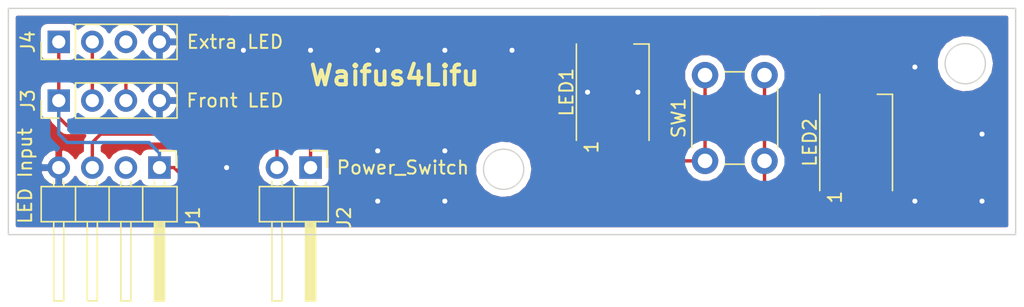
<source format=kicad_pcb>
(kicad_pcb (version 20171130) (host pcbnew "(5.0.0)")

  (general
    (thickness 1.6)
    (drawings 7)
    (tracks 89)
    (zones 0)
    (modules 7)
    (nets 11)
  )

  (page A4)
  (layers
    (0 F.Cu signal)
    (31 B.Cu signal)
    (32 B.Adhes user)
    (33 F.Adhes user)
    (34 B.Paste user)
    (35 F.Paste user)
    (36 B.SilkS user)
    (37 F.SilkS user)
    (38 B.Mask user)
    (39 F.Mask user)
    (40 Dwgs.User user)
    (41 Cmts.User user)
    (42 Eco1.User user)
    (43 Eco2.User user)
    (44 Edge.Cuts user)
    (45 Margin user)
    (46 B.CrtYd user)
    (47 F.CrtYd user)
    (48 B.Fab user)
    (49 F.Fab user)
  )

  (setup
    (last_trace_width 0.254)
    (trace_clearance 0.254)
    (zone_clearance 0.508)
    (zone_45_only no)
    (trace_min 0.1524)
    (segment_width 0.2)
    (edge_width 0.1016)
    (via_size 0.762)
    (via_drill 0.381)
    (via_min_size 0.6858)
    (via_min_drill 0.3302)
    (uvia_size 0.762)
    (uvia_drill 0.381)
    (uvias_allowed no)
    (uvia_min_size 0.6858)
    (uvia_min_drill 0.3302)
    (pcb_text_width 0.3)
    (pcb_text_size 1.5 1.5)
    (mod_edge_width 0.15)
    (mod_text_size 1 1)
    (mod_text_width 0.15)
    (pad_size 1.5 1.5)
    (pad_drill 0.6)
    (pad_to_mask_clearance 0.0508)
    (aux_axis_origin 0 0)
    (visible_elements 7FFFFFFF)
    (pcbplotparams
      (layerselection 0x010fc_ffffffff)
      (usegerberextensions false)
      (usegerberattributes false)
      (usegerberadvancedattributes false)
      (creategerberjobfile false)
      (excludeedgelayer true)
      (linewidth 0.100000)
      (plotframeref false)
      (viasonmask false)
      (mode 1)
      (useauxorigin false)
      (hpglpennumber 1)
      (hpglpenspeed 20)
      (hpglpendiameter 15.000000)
      (psnegative false)
      (psa4output false)
      (plotreference true)
      (plotvalue true)
      (plotinvisibletext false)
      (padsonsilk false)
      (subtractmaskfromsilk false)
      (outputformat 1)
      (mirror false)
      (drillshape 1)
      (scaleselection 1)
      (outputdirectory ""))
  )

  (net 0 "")
  (net 1 GND)
  (net 2 "Net-(D1-Pad4)")
  (net 3 "Net-(D1-Pad2)")
  (net 4 +5V)
  (net 5 "Net-(D2-Pad2)")
  (net 6 "Net-(J2-Pad1)")
  (net 7 "Net-(J2-Pad2)")
  (net 8 "Net-(J3-Pad2)")
  (net 9 "Net-(J1-Pad2)")
  (net 10 "Net-(J4-Pad3)")

  (net_class Default "This is the default net class."
    (clearance 0.254)
    (trace_width 0.254)
    (via_dia 0.762)
    (via_drill 0.381)
    (uvia_dia 0.762)
    (uvia_drill 0.381)
    (add_net +5V)
    (add_net GND)
    (add_net "Net-(D1-Pad2)")
    (add_net "Net-(D1-Pad4)")
    (add_net "Net-(D2-Pad2)")
    (add_net "Net-(J1-Pad2)")
    (add_net "Net-(J2-Pad1)")
    (add_net "Net-(J2-Pad2)")
    (add_net "Net-(J3-Pad2)")
    (add_net "Net-(J4-Pad3)")
  )

  (module Connector_PinHeader_2.54mm:PinHeader_1x04_P2.54mm_Vertical (layer F.Cu) (tedit 5B57E261) (tstamp 5B81B833)
    (at 130.81 112.395 90)
    (descr "Through hole straight pin header, 1x04, 2.54mm pitch, single row")
    (tags "Through hole pin header THT 1x04 2.54mm single row")
    (path /5B573552)
    (fp_text reference J4 (at 0 -2.33 90) (layer F.SilkS)
      (effects (font (size 1 1) (thickness 0.15)))
    )
    (fp_text value "Extra LED" (at 0 13.335 180) (layer F.SilkS)
      (effects (font (size 1 1) (thickness 0.15)))
    )
    (fp_line (start -0.635 -1.27) (end 1.27 -1.27) (layer F.Fab) (width 0.1))
    (fp_line (start 1.27 -1.27) (end 1.27 8.89) (layer F.Fab) (width 0.1))
    (fp_line (start 1.27 8.89) (end -1.27 8.89) (layer F.Fab) (width 0.1))
    (fp_line (start -1.27 8.89) (end -1.27 -0.635) (layer F.Fab) (width 0.1))
    (fp_line (start -1.27 -0.635) (end -0.635 -1.27) (layer F.Fab) (width 0.1))
    (fp_line (start -1.33 8.95) (end 1.33 8.95) (layer F.SilkS) (width 0.12))
    (fp_line (start -1.33 1.27) (end -1.33 8.95) (layer F.SilkS) (width 0.12))
    (fp_line (start 1.33 1.27) (end 1.33 8.95) (layer F.SilkS) (width 0.12))
    (fp_line (start -1.33 1.27) (end 1.33 1.27) (layer F.SilkS) (width 0.12))
    (fp_line (start -1.33 0) (end -1.33 -1.33) (layer F.SilkS) (width 0.12))
    (fp_line (start -1.33 -1.33) (end 0 -1.33) (layer F.SilkS) (width 0.12))
    (fp_line (start -1.8 -1.8) (end -1.8 9.4) (layer F.CrtYd) (width 0.05))
    (fp_line (start -1.8 9.4) (end 1.8 9.4) (layer F.CrtYd) (width 0.05))
    (fp_line (start 1.8 9.4) (end 1.8 -1.8) (layer F.CrtYd) (width 0.05))
    (fp_line (start 1.8 -1.8) (end -1.8 -1.8) (layer F.CrtYd) (width 0.05))
    (fp_text user %R (at 0 3.81 180) (layer F.Fab)
      (effects (font (size 1 1) (thickness 0.15)))
    )
    (pad 1 thru_hole rect (at 0 0 90) (size 1.7 1.7) (drill 1) (layers *.Cu *.Mask)
      (net 4 +5V))
    (pad 2 thru_hole oval (at 0 2.54 90) (size 1.7 1.7) (drill 1) (layers *.Cu *.Mask)
      (net 8 "Net-(J3-Pad2)"))
    (pad 3 thru_hole oval (at 0 5.08 90) (size 1.7 1.7) (drill 1) (layers *.Cu *.Mask)
      (net 10 "Net-(J4-Pad3)"))
    (pad 4 thru_hole oval (at 0 7.62 90) (size 1.7 1.7) (drill 1) (layers *.Cu *.Mask)
      (net 1 GND))
    (model ${KISYS3DMOD}/Connector_PinHeader_2.54mm.3dshapes/PinHeader_1x04_P2.54mm_Vertical.wrl
      (at (xyz 0 0 0))
      (scale (xyz 1 1 1))
      (rotate (xyz 0 0 0))
    )
  )

  (module Connector_PinHeader_2.54mm:PinHeader_1x02_P2.54mm_Horizontal (layer F.Cu) (tedit 5B57E259) (tstamp 5B818CE9)
    (at 149.86 121.92 270)
    (descr "Through hole angled pin header, 1x02, 2.54mm pitch, 6mm pin length, single row")
    (tags "Through hole angled pin header THT 1x02 2.54mm single row")
    (path /5B5656B9)
    (fp_text reference J2 (at 3.81 -2.54 270) (layer F.SilkS)
      (effects (font (size 1 1) (thickness 0.15)))
    )
    (fp_text value Power_Switch (at 0 -6.985) (layer F.SilkS)
      (effects (font (size 1 1) (thickness 0.15)))
    )
    (fp_line (start 2.135 -1.27) (end 4.04 -1.27) (layer F.Fab) (width 0.1))
    (fp_line (start 4.04 -1.27) (end 4.04 3.81) (layer F.Fab) (width 0.1))
    (fp_line (start 4.04 3.81) (end 1.5 3.81) (layer F.Fab) (width 0.1))
    (fp_line (start 1.5 3.81) (end 1.5 -0.635) (layer F.Fab) (width 0.1))
    (fp_line (start 1.5 -0.635) (end 2.135 -1.27) (layer F.Fab) (width 0.1))
    (fp_line (start -0.32 -0.32) (end 1.5 -0.32) (layer F.Fab) (width 0.1))
    (fp_line (start -0.32 -0.32) (end -0.32 0.32) (layer F.Fab) (width 0.1))
    (fp_line (start -0.32 0.32) (end 1.5 0.32) (layer F.Fab) (width 0.1))
    (fp_line (start 4.04 -0.32) (end 10.04 -0.32) (layer F.Fab) (width 0.1))
    (fp_line (start 10.04 -0.32) (end 10.04 0.32) (layer F.Fab) (width 0.1))
    (fp_line (start 4.04 0.32) (end 10.04 0.32) (layer F.Fab) (width 0.1))
    (fp_line (start -0.32 2.22) (end 1.5 2.22) (layer F.Fab) (width 0.1))
    (fp_line (start -0.32 2.22) (end -0.32 2.86) (layer F.Fab) (width 0.1))
    (fp_line (start -0.32 2.86) (end 1.5 2.86) (layer F.Fab) (width 0.1))
    (fp_line (start 4.04 2.22) (end 10.04 2.22) (layer F.Fab) (width 0.1))
    (fp_line (start 10.04 2.22) (end 10.04 2.86) (layer F.Fab) (width 0.1))
    (fp_line (start 4.04 2.86) (end 10.04 2.86) (layer F.Fab) (width 0.1))
    (fp_line (start 1.44 -1.33) (end 1.44 3.87) (layer F.SilkS) (width 0.12))
    (fp_line (start 1.44 3.87) (end 4.1 3.87) (layer F.SilkS) (width 0.12))
    (fp_line (start 4.1 3.87) (end 4.1 -1.33) (layer F.SilkS) (width 0.12))
    (fp_line (start 4.1 -1.33) (end 1.44 -1.33) (layer F.SilkS) (width 0.12))
    (fp_line (start 4.1 -0.38) (end 10.1 -0.38) (layer F.SilkS) (width 0.12))
    (fp_line (start 10.1 -0.38) (end 10.1 0.38) (layer F.SilkS) (width 0.12))
    (fp_line (start 10.1 0.38) (end 4.1 0.38) (layer F.SilkS) (width 0.12))
    (fp_line (start 4.1 -0.32) (end 10.1 -0.32) (layer F.SilkS) (width 0.12))
    (fp_line (start 4.1 -0.2) (end 10.1 -0.2) (layer F.SilkS) (width 0.12))
    (fp_line (start 4.1 -0.08) (end 10.1 -0.08) (layer F.SilkS) (width 0.12))
    (fp_line (start 4.1 0.04) (end 10.1 0.04) (layer F.SilkS) (width 0.12))
    (fp_line (start 4.1 0.16) (end 10.1 0.16) (layer F.SilkS) (width 0.12))
    (fp_line (start 4.1 0.28) (end 10.1 0.28) (layer F.SilkS) (width 0.12))
    (fp_line (start 1.11 -0.38) (end 1.44 -0.38) (layer F.SilkS) (width 0.12))
    (fp_line (start 1.11 0.38) (end 1.44 0.38) (layer F.SilkS) (width 0.12))
    (fp_line (start 1.44 1.27) (end 4.1 1.27) (layer F.SilkS) (width 0.12))
    (fp_line (start 4.1 2.16) (end 10.1 2.16) (layer F.SilkS) (width 0.12))
    (fp_line (start 10.1 2.16) (end 10.1 2.92) (layer F.SilkS) (width 0.12))
    (fp_line (start 10.1 2.92) (end 4.1 2.92) (layer F.SilkS) (width 0.12))
    (fp_line (start 1.042929 2.16) (end 1.44 2.16) (layer F.SilkS) (width 0.12))
    (fp_line (start 1.042929 2.92) (end 1.44 2.92) (layer F.SilkS) (width 0.12))
    (fp_line (start -1.27 0) (end -1.27 -1.27) (layer F.SilkS) (width 0.12))
    (fp_line (start -1.27 -1.27) (end 0 -1.27) (layer F.SilkS) (width 0.12))
    (fp_line (start -1.8 -1.8) (end -1.8 4.35) (layer F.CrtYd) (width 0.05))
    (fp_line (start -1.8 4.35) (end 10.55 4.35) (layer F.CrtYd) (width 0.05))
    (fp_line (start 10.55 4.35) (end 10.55 -1.8) (layer F.CrtYd) (width 0.05))
    (fp_line (start 10.55 -1.8) (end -1.8 -1.8) (layer F.CrtYd) (width 0.05))
    (fp_text user %R (at 2.77 1.27) (layer F.Fab)
      (effects (font (size 1 1) (thickness 0.15)))
    )
    (pad 1 thru_hole rect (at 0 0 270) (size 1.7 1.7) (drill 1) (layers *.Cu *.Mask)
      (net 6 "Net-(J2-Pad1)"))
    (pad 2 thru_hole oval (at 0 2.54 270) (size 1.7 1.7) (drill 1) (layers *.Cu *.Mask)
      (net 7 "Net-(J2-Pad2)"))
    (model ${KISYS3DMOD}/Connector_PinHeader_2.54mm.3dshapes/PinHeader_1x02_P2.54mm_Horizontal.wrl
      (at (xyz 0 0 0))
      (scale (xyz 1 1 1))
      (rotate (xyz 0 0 0))
    )
  )

  (module Connector_PinHeader_2.54mm:PinHeader_1x04_P2.54mm_Horizontal (layer F.Cu) (tedit 5B57E266) (tstamp 5B818C9D)
    (at 138.43 121.92 270)
    (descr "Through hole angled pin header, 1x04, 2.54mm pitch, 6mm pin length, single row")
    (tags "Through hole angled pin header THT 1x04 2.54mm single row")
    (path /5B564BC4)
    (fp_text reference J1 (at 3.81 -2.54 270) (layer F.SilkS)
      (effects (font (size 1 1) (thickness 0.15)))
    )
    (fp_text value "LED Input" (at 0.635 10.16 270) (layer F.SilkS)
      (effects (font (size 1 1) (thickness 0.15)))
    )
    (fp_line (start 2.135 -1.27) (end 4.04 -1.27) (layer F.Fab) (width 0.1))
    (fp_line (start 4.04 -1.27) (end 4.04 8.89) (layer F.Fab) (width 0.1))
    (fp_line (start 4.04 8.89) (end 1.5 8.89) (layer F.Fab) (width 0.1))
    (fp_line (start 1.5 8.89) (end 1.5 -0.635) (layer F.Fab) (width 0.1))
    (fp_line (start 1.5 -0.635) (end 2.135 -1.27) (layer F.Fab) (width 0.1))
    (fp_line (start -0.32 -0.32) (end 1.5 -0.32) (layer F.Fab) (width 0.1))
    (fp_line (start -0.32 -0.32) (end -0.32 0.32) (layer F.Fab) (width 0.1))
    (fp_line (start -0.32 0.32) (end 1.5 0.32) (layer F.Fab) (width 0.1))
    (fp_line (start 4.04 -0.32) (end 10.04 -0.32) (layer F.Fab) (width 0.1))
    (fp_line (start 10.04 -0.32) (end 10.04 0.32) (layer F.Fab) (width 0.1))
    (fp_line (start 4.04 0.32) (end 10.04 0.32) (layer F.Fab) (width 0.1))
    (fp_line (start -0.32 2.22) (end 1.5 2.22) (layer F.Fab) (width 0.1))
    (fp_line (start -0.32 2.22) (end -0.32 2.86) (layer F.Fab) (width 0.1))
    (fp_line (start -0.32 2.86) (end 1.5 2.86) (layer F.Fab) (width 0.1))
    (fp_line (start 4.04 2.22) (end 10.04 2.22) (layer F.Fab) (width 0.1))
    (fp_line (start 10.04 2.22) (end 10.04 2.86) (layer F.Fab) (width 0.1))
    (fp_line (start 4.04 2.86) (end 10.04 2.86) (layer F.Fab) (width 0.1))
    (fp_line (start -0.32 4.76) (end 1.5 4.76) (layer F.Fab) (width 0.1))
    (fp_line (start -0.32 4.76) (end -0.32 5.4) (layer F.Fab) (width 0.1))
    (fp_line (start -0.32 5.4) (end 1.5 5.4) (layer F.Fab) (width 0.1))
    (fp_line (start 4.04 4.76) (end 10.04 4.76) (layer F.Fab) (width 0.1))
    (fp_line (start 10.04 4.76) (end 10.04 5.4) (layer F.Fab) (width 0.1))
    (fp_line (start 4.04 5.4) (end 10.04 5.4) (layer F.Fab) (width 0.1))
    (fp_line (start -0.32 7.3) (end 1.5 7.3) (layer F.Fab) (width 0.1))
    (fp_line (start -0.32 7.3) (end -0.32 7.94) (layer F.Fab) (width 0.1))
    (fp_line (start -0.32 7.94) (end 1.5 7.94) (layer F.Fab) (width 0.1))
    (fp_line (start 4.04 7.3) (end 10.04 7.3) (layer F.Fab) (width 0.1))
    (fp_line (start 10.04 7.3) (end 10.04 7.94) (layer F.Fab) (width 0.1))
    (fp_line (start 4.04 7.94) (end 10.04 7.94) (layer F.Fab) (width 0.1))
    (fp_line (start 1.44 -1.33) (end 1.44 8.95) (layer F.SilkS) (width 0.12))
    (fp_line (start 1.44 8.95) (end 4.1 8.95) (layer F.SilkS) (width 0.12))
    (fp_line (start 4.1 8.95) (end 4.1 -1.33) (layer F.SilkS) (width 0.12))
    (fp_line (start 4.1 -1.33) (end 1.44 -1.33) (layer F.SilkS) (width 0.12))
    (fp_line (start 4.1 -0.38) (end 10.1 -0.38) (layer F.SilkS) (width 0.12))
    (fp_line (start 10.1 -0.38) (end 10.1 0.38) (layer F.SilkS) (width 0.12))
    (fp_line (start 10.1 0.38) (end 4.1 0.38) (layer F.SilkS) (width 0.12))
    (fp_line (start 4.1 -0.32) (end 10.1 -0.32) (layer F.SilkS) (width 0.12))
    (fp_line (start 4.1 -0.2) (end 10.1 -0.2) (layer F.SilkS) (width 0.12))
    (fp_line (start 4.1 -0.08) (end 10.1 -0.08) (layer F.SilkS) (width 0.12))
    (fp_line (start 4.1 0.04) (end 10.1 0.04) (layer F.SilkS) (width 0.12))
    (fp_line (start 4.1 0.16) (end 10.1 0.16) (layer F.SilkS) (width 0.12))
    (fp_line (start 4.1 0.28) (end 10.1 0.28) (layer F.SilkS) (width 0.12))
    (fp_line (start 1.11 -0.38) (end 1.44 -0.38) (layer F.SilkS) (width 0.12))
    (fp_line (start 1.11 0.38) (end 1.44 0.38) (layer F.SilkS) (width 0.12))
    (fp_line (start 1.44 1.27) (end 4.1 1.27) (layer F.SilkS) (width 0.12))
    (fp_line (start 4.1 2.16) (end 10.1 2.16) (layer F.SilkS) (width 0.12))
    (fp_line (start 10.1 2.16) (end 10.1 2.92) (layer F.SilkS) (width 0.12))
    (fp_line (start 10.1 2.92) (end 4.1 2.92) (layer F.SilkS) (width 0.12))
    (fp_line (start 1.042929 2.16) (end 1.44 2.16) (layer F.SilkS) (width 0.12))
    (fp_line (start 1.042929 2.92) (end 1.44 2.92) (layer F.SilkS) (width 0.12))
    (fp_line (start 1.44 3.81) (end 4.1 3.81) (layer F.SilkS) (width 0.12))
    (fp_line (start 4.1 4.7) (end 10.1 4.7) (layer F.SilkS) (width 0.12))
    (fp_line (start 10.1 4.7) (end 10.1 5.46) (layer F.SilkS) (width 0.12))
    (fp_line (start 10.1 5.46) (end 4.1 5.46) (layer F.SilkS) (width 0.12))
    (fp_line (start 1.042929 4.7) (end 1.44 4.7) (layer F.SilkS) (width 0.12))
    (fp_line (start 1.042929 5.46) (end 1.44 5.46) (layer F.SilkS) (width 0.12))
    (fp_line (start 1.44 6.35) (end 4.1 6.35) (layer F.SilkS) (width 0.12))
    (fp_line (start 4.1 7.24) (end 10.1 7.24) (layer F.SilkS) (width 0.12))
    (fp_line (start 10.1 7.24) (end 10.1 8) (layer F.SilkS) (width 0.12))
    (fp_line (start 10.1 8) (end 4.1 8) (layer F.SilkS) (width 0.12))
    (fp_line (start 1.042929 7.24) (end 1.44 7.24) (layer F.SilkS) (width 0.12))
    (fp_line (start 1.042929 8) (end 1.44 8) (layer F.SilkS) (width 0.12))
    (fp_line (start -1.27 0) (end -1.27 -1.27) (layer F.SilkS) (width 0.12))
    (fp_line (start -1.27 -1.27) (end 0 -1.27) (layer F.SilkS) (width 0.12))
    (fp_line (start -1.8 -1.8) (end -1.8 9.4) (layer F.CrtYd) (width 0.05))
    (fp_line (start -1.8 9.4) (end 10.55 9.4) (layer F.CrtYd) (width 0.05))
    (fp_line (start 10.55 9.4) (end 10.55 -1.8) (layer F.CrtYd) (width 0.05))
    (fp_line (start 10.55 -1.8) (end -1.8 -1.8) (layer F.CrtYd) (width 0.05))
    (fp_text user %R (at 2.77 3.81) (layer F.Fab)
      (effects (font (size 1 1) (thickness 0.15)))
    )
    (pad 1 thru_hole rect (at 0 0 270) (size 1.7 1.7) (drill 1) (layers *.Cu *.Mask)
      (net 4 +5V))
    (pad 2 thru_hole oval (at 0 2.54 270) (size 1.7 1.7) (drill 1) (layers *.Cu *.Mask)
      (net 9 "Net-(J1-Pad2)"))
    (pad 3 thru_hole oval (at 0 5.08 270) (size 1.7 1.7) (drill 1) (layers *.Cu *.Mask)
      (net 2 "Net-(D1-Pad4)"))
    (pad 4 thru_hole oval (at 0 7.62 270) (size 1.7 1.7) (drill 1) (layers *.Cu *.Mask)
      (net 1 GND))
    (model ${KISYS3DMOD}/Connector_PinHeader_2.54mm.3dshapes/PinHeader_1x04_P2.54mm_Horizontal.wrl
      (at (xyz 0 0 0))
      (scale (xyz 1 1 1))
      (rotate (xyz 0 0 0))
    )
  )

  (module Connector_PinHeader_2.54mm:PinHeader_1x04_P2.54mm_Vertical (layer F.Cu) (tedit 5B57E25E) (tstamp 5B817FEE)
    (at 130.81 116.84 90)
    (descr "Through hole straight pin header, 1x04, 2.54mm pitch, single row")
    (tags "Through hole pin header THT 1x04 2.54mm single row")
    (path /5B56481A)
    (fp_text reference J3 (at 0 -2.33 90) (layer F.SilkS)
      (effects (font (size 1 1) (thickness 0.15)))
    )
    (fp_text value "Front LED" (at 0 13.335 180) (layer F.SilkS)
      (effects (font (size 1 1) (thickness 0.15)))
    )
    (fp_text user %R (at 0 3.81 180) (layer F.Fab)
      (effects (font (size 1 1) (thickness 0.15)))
    )
    (fp_line (start 1.8 -1.8) (end -1.8 -1.8) (layer F.CrtYd) (width 0.05))
    (fp_line (start 1.8 9.4) (end 1.8 -1.8) (layer F.CrtYd) (width 0.05))
    (fp_line (start -1.8 9.4) (end 1.8 9.4) (layer F.CrtYd) (width 0.05))
    (fp_line (start -1.8 -1.8) (end -1.8 9.4) (layer F.CrtYd) (width 0.05))
    (fp_line (start -1.33 -1.33) (end 0 -1.33) (layer F.SilkS) (width 0.12))
    (fp_line (start -1.33 0) (end -1.33 -1.33) (layer F.SilkS) (width 0.12))
    (fp_line (start -1.33 1.27) (end 1.33 1.27) (layer F.SilkS) (width 0.12))
    (fp_line (start 1.33 1.27) (end 1.33 8.95) (layer F.SilkS) (width 0.12))
    (fp_line (start -1.33 1.27) (end -1.33 8.95) (layer F.SilkS) (width 0.12))
    (fp_line (start -1.33 8.95) (end 1.33 8.95) (layer F.SilkS) (width 0.12))
    (fp_line (start -1.27 -0.635) (end -0.635 -1.27) (layer F.Fab) (width 0.1))
    (fp_line (start -1.27 8.89) (end -1.27 -0.635) (layer F.Fab) (width 0.1))
    (fp_line (start 1.27 8.89) (end -1.27 8.89) (layer F.Fab) (width 0.1))
    (fp_line (start 1.27 -1.27) (end 1.27 8.89) (layer F.Fab) (width 0.1))
    (fp_line (start -0.635 -1.27) (end 1.27 -1.27) (layer F.Fab) (width 0.1))
    (pad 4 thru_hole oval (at 0 7.62 90) (size 1.7 1.7) (drill 1) (layers *.Cu *.Mask)
      (net 1 GND))
    (pad 3 thru_hole oval (at 0 5.08 90) (size 1.7 1.7) (drill 1) (layers *.Cu *.Mask)
      (net 5 "Net-(D2-Pad2)"))
    (pad 2 thru_hole oval (at 0 2.54 90) (size 1.7 1.7) (drill 1) (layers *.Cu *.Mask)
      (net 8 "Net-(J3-Pad2)"))
    (pad 1 thru_hole rect (at 0 0 90) (size 1.7 1.7) (drill 1) (layers *.Cu *.Mask)
      (net 4 +5V))
    (model ${KISYS3DMOD}/Connector_PinHeader_2.54mm.3dshapes/PinHeader_1x04_P2.54mm_Vertical.wrl
      (at (xyz 0 0 0))
      (scale (xyz 1 1 1))
      (rotate (xyz 0 0 0))
    )
  )

  (module Button_Switch_THT:SW_PUSH_6mm (layer F.Cu) (tedit 5A02FE31) (tstamp 5B819790)
    (at 179.705 121.412 90)
    (descr https://www.omron.com/ecb/products/pdf/en-b3f.pdf)
    (tags "tact sw push 6mm")
    (path /5B5644CE)
    (fp_text reference SW1 (at 3.25 -2 90) (layer F.SilkS)
      (effects (font (size 1 1) (thickness 0.15)))
    )
    (fp_text value SW_DIP_x01 (at 3.75 6.7 90) (layer F.Fab)
      (effects (font (size 1 1) (thickness 0.15)))
    )
    (fp_text user %R (at 3.25 2.25 90) (layer F.Fab)
      (effects (font (size 1 1) (thickness 0.15)))
    )
    (fp_line (start 3.25 -0.75) (end 6.25 -0.75) (layer F.Fab) (width 0.1))
    (fp_line (start 6.25 -0.75) (end 6.25 5.25) (layer F.Fab) (width 0.1))
    (fp_line (start 6.25 5.25) (end 0.25 5.25) (layer F.Fab) (width 0.1))
    (fp_line (start 0.25 5.25) (end 0.25 -0.75) (layer F.Fab) (width 0.1))
    (fp_line (start 0.25 -0.75) (end 3.25 -0.75) (layer F.Fab) (width 0.1))
    (fp_line (start 7.75 6) (end 8 6) (layer F.CrtYd) (width 0.05))
    (fp_line (start 8 6) (end 8 5.75) (layer F.CrtYd) (width 0.05))
    (fp_line (start 7.75 -1.5) (end 8 -1.5) (layer F.CrtYd) (width 0.05))
    (fp_line (start 8 -1.5) (end 8 -1.25) (layer F.CrtYd) (width 0.05))
    (fp_line (start -1.5 -1.25) (end -1.5 -1.5) (layer F.CrtYd) (width 0.05))
    (fp_line (start -1.5 -1.5) (end -1.25 -1.5) (layer F.CrtYd) (width 0.05))
    (fp_line (start -1.5 5.75) (end -1.5 6) (layer F.CrtYd) (width 0.05))
    (fp_line (start -1.5 6) (end -1.25 6) (layer F.CrtYd) (width 0.05))
    (fp_line (start -1.25 -1.5) (end 7.75 -1.5) (layer F.CrtYd) (width 0.05))
    (fp_line (start -1.5 5.75) (end -1.5 -1.25) (layer F.CrtYd) (width 0.05))
    (fp_line (start 7.75 6) (end -1.25 6) (layer F.CrtYd) (width 0.05))
    (fp_line (start 8 -1.25) (end 8 5.75) (layer F.CrtYd) (width 0.05))
    (fp_line (start 1 5.5) (end 5.5 5.5) (layer F.SilkS) (width 0.12))
    (fp_line (start -0.25 1.5) (end -0.25 3) (layer F.SilkS) (width 0.12))
    (fp_line (start 5.5 -1) (end 1 -1) (layer F.SilkS) (width 0.12))
    (fp_line (start 6.75 3) (end 6.75 1.5) (layer F.SilkS) (width 0.12))
    (fp_circle (center 3.25 2.25) (end 1.25 2.5) (layer F.Fab) (width 0.1))
    (pad 2 thru_hole circle (at 0 4.5 180) (size 2 2) (drill 1.1) (layers *.Cu *.Mask)
      (net 6 "Net-(J2-Pad1)"))
    (pad 1 thru_hole circle (at 0 0 180) (size 2 2) (drill 1.1) (layers *.Cu *.Mask)
      (net 7 "Net-(J2-Pad2)"))
    (pad 2 thru_hole circle (at 6.5 4.5 180) (size 2 2) (drill 1.1) (layers *.Cu *.Mask)
      (net 6 "Net-(J2-Pad1)"))
    (pad 1 thru_hole circle (at 6.5 0 180) (size 2 2) (drill 1.1) (layers *.Cu *.Mask)
      (net 7 "Net-(J2-Pad2)"))
    (model ${KISYS3DMOD}/Button_Switch_THT.3dshapes/SW_PUSH_6mm.wrl
      (at (xyz 0 0 0))
      (scale (xyz 1 1 1))
      (rotate (xyz 0 0 0))
    )
  )

  (module LED_SMD:LED_WS2812B_PLCC4_5.0x5.0mm_P3.2mm (layer F.Cu) (tedit 5B57E285) (tstamp 5B7C0328)
    (at 191.135 120.015 90)
    (descr https://cdn-shop.adafruit.com/datasheets/WS2812B.pdf)
    (tags "LED RGB NeoPixel")
    (path /5B5642F1)
    (attr smd)
    (fp_text reference LED2 (at 0 -3.5 90) (layer F.SilkS)
      (effects (font (size 1 1) (thickness 0.15)))
    )
    (fp_text value WS2812B (at 0 4 90) (layer F.Fab)
      (effects (font (size 1 1) (thickness 0.15)))
    )
    (fp_circle (center 0 0) (end 0 -2) (layer F.Fab) (width 0.1))
    (fp_line (start 3.65 2.75) (end 3.65 1.6) (layer F.SilkS) (width 0.12))
    (fp_line (start -3.65 2.75) (end 3.65 2.75) (layer F.SilkS) (width 0.12))
    (fp_line (start -3.65 -2.75) (end 3.65 -2.75) (layer F.SilkS) (width 0.12))
    (fp_line (start 2.5 -2.5) (end -2.5 -2.5) (layer F.Fab) (width 0.1))
    (fp_line (start 2.5 2.5) (end 2.5 -2.5) (layer F.Fab) (width 0.1))
    (fp_line (start -2.5 2.5) (end 2.5 2.5) (layer F.Fab) (width 0.1))
    (fp_line (start -2.5 -2.5) (end -2.5 2.5) (layer F.Fab) (width 0.1))
    (fp_line (start 2.5 1.5) (end 1.5 2.5) (layer F.Fab) (width 0.1))
    (fp_line (start -3.45 -2.75) (end -3.45 2.75) (layer F.CrtYd) (width 0.05))
    (fp_line (start -3.45 2.75) (end 3.45 2.75) (layer F.CrtYd) (width 0.05))
    (fp_line (start 3.45 2.75) (end 3.45 -2.75) (layer F.CrtYd) (width 0.05))
    (fp_line (start 3.45 -2.75) (end -3.45 -2.75) (layer F.CrtYd) (width 0.05))
    (fp_text user %R (at 0 0 90) (layer F.Fab)
      (effects (font (size 0.8 0.8) (thickness 0.15)))
    )
    (fp_text user 1 (at -4.15 -1.6 90) (layer F.SilkS)
      (effects (font (size 1 1) (thickness 0.15)))
    )
    (pad 1 smd rect (at -2.45 -1.6 90) (size 1.5 1) (layers F.Cu F.Paste F.Mask)
      (net 4 +5V))
    (pad 2 smd rect (at -2.45 1.6 90) (size 1.5 1) (layers F.Cu F.Paste F.Mask)
      (net 5 "Net-(D2-Pad2)"))
    (pad 4 smd rect (at 2.45 -1.6 90) (size 1.5 1) (layers F.Cu F.Paste F.Mask)
      (net 3 "Net-(D1-Pad2)"))
    (pad 3 smd rect (at 2.45 1.6 90) (size 1.5 1) (layers F.Cu F.Paste F.Mask)
      (net 1 GND))
    (model ${KISYS3DMOD}/LED_SMD.3dshapes/LED_WS2812B_PLCC4_5.0x5.0mm_P3.2mm.wrl
      (at (xyz 0 0 0))
      (scale (xyz 1 1 1))
      (rotate (xyz 0 0 0))
    )
  )

  (module LED_SMD:LED_WS2812B_PLCC4_5.0x5.0mm_P3.2mm (layer F.Cu) (tedit 5B57E281) (tstamp 5B7C0311)
    (at 172.72 116.205 90)
    (descr https://cdn-shop.adafruit.com/datasheets/WS2812B.pdf)
    (tags "LED RGB NeoPixel")
    (path /5B564220)
    (attr smd)
    (fp_text reference LED1 (at 0 -3.5 90) (layer F.SilkS)
      (effects (font (size 1 1) (thickness 0.15)))
    )
    (fp_text value WS2812B (at 0 4 90) (layer F.Fab)
      (effects (font (size 1 1) (thickness 0.15)))
    )
    (fp_text user 1 (at -4.15 -1.6 90) (layer F.SilkS)
      (effects (font (size 1 1) (thickness 0.15)))
    )
    (fp_text user %R (at 0 0 90) (layer F.Fab)
      (effects (font (size 0.8 0.8) (thickness 0.15)))
    )
    (fp_line (start 3.45 -2.75) (end -3.45 -2.75) (layer F.CrtYd) (width 0.05))
    (fp_line (start 3.45 2.75) (end 3.45 -2.75) (layer F.CrtYd) (width 0.05))
    (fp_line (start -3.45 2.75) (end 3.45 2.75) (layer F.CrtYd) (width 0.05))
    (fp_line (start -3.45 -2.75) (end -3.45 2.75) (layer F.CrtYd) (width 0.05))
    (fp_line (start 2.5 1.5) (end 1.5 2.5) (layer F.Fab) (width 0.1))
    (fp_line (start -2.5 -2.5) (end -2.5 2.5) (layer F.Fab) (width 0.1))
    (fp_line (start -2.5 2.5) (end 2.5 2.5) (layer F.Fab) (width 0.1))
    (fp_line (start 2.5 2.5) (end 2.5 -2.5) (layer F.Fab) (width 0.1))
    (fp_line (start 2.5 -2.5) (end -2.5 -2.5) (layer F.Fab) (width 0.1))
    (fp_line (start -3.65 -2.75) (end 3.65 -2.75) (layer F.SilkS) (width 0.12))
    (fp_line (start -3.65 2.75) (end 3.65 2.75) (layer F.SilkS) (width 0.12))
    (fp_line (start 3.65 2.75) (end 3.65 1.6) (layer F.SilkS) (width 0.12))
    (fp_circle (center 0 0) (end 0 -2) (layer F.Fab) (width 0.1))
    (pad 3 smd rect (at 2.45 1.6 90) (size 1.5 1) (layers F.Cu F.Paste F.Mask)
      (net 1 GND))
    (pad 4 smd rect (at 2.45 -1.6 90) (size 1.5 1) (layers F.Cu F.Paste F.Mask)
      (net 2 "Net-(D1-Pad4)"))
    (pad 2 smd rect (at -2.45 1.6 90) (size 1.5 1) (layers F.Cu F.Paste F.Mask)
      (net 3 "Net-(D1-Pad2)"))
    (pad 1 smd rect (at -2.45 -1.6 90) (size 1.5 1) (layers F.Cu F.Paste F.Mask)
      (net 4 +5V))
    (model ${KISYS3DMOD}/LED_SMD.3dshapes/LED_WS2812B_PLCC4_5.0x5.0mm_P3.2mm.wrl
      (at (xyz 0 0 0))
      (scale (xyz 1 1 1))
      (rotate (xyz 0 0 0))
    )
  )

  (gr_text Waifus4Lifu (at 156.21 114.935) (layer F.SilkS)
    (effects (font (size 1.5 1.5) (thickness 0.3)))
  )
  (gr_circle (center 164.465 122.047) (end 165.989 122.047) (layer Edge.Cuts) (width 0.1016) (tstamp 5B819615))
  (gr_circle (center 199.39 114.046) (end 200.914 114.046) (layer Edge.Cuts) (width 0.1016))
  (gr_line (start 127 109.855) (end 203.2 109.855) (layer Edge.Cuts) (width 0.1016) (tstamp 5B8185CD))
  (gr_line (start 203.2 127) (end 203.2 109.855) (layer Edge.Cuts) (width 0.1016) (tstamp 5B818590))
  (gr_line (start 127 127) (end 203.2 127) (layer Edge.Cuts) (width 0.1016))
  (gr_line (start 127 127) (end 127 109.855) (layer Edge.Cuts) (width 0.1016))

  (via (at 174.625 116.205) (size 0.762) (drill 0.381) (layers F.Cu B.Cu) (net 1))
  (via (at 165.1 113.03) (size 0.762) (drill 0.381) (layers F.Cu B.Cu) (net 1))
  (via (at 160.02 113.03) (size 0.762) (drill 0.381) (layers F.Cu B.Cu) (net 1))
  (via (at 154.94 113.03) (size 0.762) (drill 0.381) (layers F.Cu B.Cu) (net 1))
  (via (at 143.51 121.92) (size 0.762) (drill 0.381) (layers F.Cu B.Cu) (net 1))
  (via (at 154.94 120.65) (size 0.762) (drill 0.381) (layers F.Cu B.Cu) (net 1))
  (via (at 160.02 120.65) (size 0.762) (drill 0.381) (layers F.Cu B.Cu) (net 1))
  (via (at 160.02 124.46) (size 0.762) (drill 0.381) (layers F.Cu B.Cu) (net 1))
  (via (at 154.94 124.46) (size 0.762) (drill 0.381) (layers F.Cu B.Cu) (net 1))
  (via (at 195.58 124.46) (size 0.762) (drill 0.381) (layers F.Cu B.Cu) (net 1))
  (via (at 200.66 124.46) (size 0.762) (drill 0.381) (layers F.Cu B.Cu) (net 1))
  (via (at 200.66 119.38) (size 0.762) (drill 0.381) (layers F.Cu B.Cu) (net 1))
  (via (at 195.58 114.3) (size 0.762) (drill 0.381) (layers F.Cu B.Cu) (net 1))
  (via (at 149.86 113.03) (size 0.762) (drill 0.381) (layers F.Cu B.Cu) (net 1))
  (via (at 144.78 113.03) (size 0.762) (drill 0.381) (layers F.Cu B.Cu) (net 1))
  (via (at 170.815 116.205) (size 0.762) (drill 0.381) (layers F.Cu B.Cu) (net 1))
  (segment (start 133.35 120.015) (end 133.985 119.38) (width 0.254) (layer F.Cu) (net 2))
  (segment (start 133.35 121.92) (end 133.35 120.015) (width 0.254) (layer F.Cu) (net 2))
  (segment (start 133.985 119.38) (end 146.601566 119.38) (width 0.254) (layer F.Cu) (net 2))
  (segment (start 146.601566 119.38) (end 149.776566 116.205) (width 0.254) (layer F.Cu) (net 2))
  (segment (start 171.874 113.755) (end 172.72 114.601) (width 0.254) (layer F.Cu) (net 2))
  (segment (start 171.12 113.755) (end 171.874 113.755) (width 0.254) (layer F.Cu) (net 2))
  (segment (start 172.72 114.601) (end 172.72 120.015) (width 0.254) (layer F.Cu) (net 2))
  (segment (start 172.72 120.015) (end 172.085 120.65) (width 0.254) (layer F.Cu) (net 2))
  (segment (start 170.263434 120.65) (end 165.818434 116.205) (width 0.254) (layer F.Cu) (net 2))
  (segment (start 172.085 120.65) (end 170.263434 120.65) (width 0.254) (layer F.Cu) (net 2))
  (segment (start 165.818434 116.205) (end 149.776566 116.205) (width 0.254) (layer F.Cu) (net 2))
  (segment (start 189.535 113.97) (end 189.535 117.565) (width 0.254) (layer F.Cu) (net 3))
  (segment (start 175.985 118.655) (end 177.165 117.475) (width 0.254) (layer F.Cu) (net 3))
  (segment (start 174.32 118.655) (end 175.985 118.655) (width 0.254) (layer F.Cu) (net 3))
  (segment (start 177.165 117.475) (end 177.165 113.03) (width 0.254) (layer F.Cu) (net 3))
  (segment (start 177.165 113.03) (end 177.8 112.395) (width 0.254) (layer F.Cu) (net 3))
  (segment (start 177.8 112.395) (end 187.96 112.395) (width 0.254) (layer F.Cu) (net 3))
  (segment (start 187.96 112.395) (end 189.535 113.97) (width 0.254) (layer F.Cu) (net 3))
  (segment (start 189.535 122.465) (end 189.535 122.715) (width 0.254) (layer F.Cu) (net 4))
  (segment (start 149.225 115.57) (end 146.05 118.745) (width 0.254) (layer F.Cu) (net 4))
  (segment (start 146.05 118.745) (end 131.445 118.745) (width 0.254) (layer F.Cu) (net 4))
  (segment (start 130.81 118.11) (end 130.81 116.84) (width 0.254) (layer F.Cu) (net 4))
  (segment (start 131.445 118.745) (end 130.81 118.11) (width 0.254) (layer F.Cu) (net 4))
  (segment (start 138.43 120.816) (end 137.629 120.015) (width 0.254) (layer B.Cu) (net 4))
  (segment (start 138.43 121.92) (end 138.43 120.816) (width 0.254) (layer B.Cu) (net 4))
  (segment (start 137.629 120.015) (end 131.445 120.015) (width 0.254) (layer B.Cu) (net 4))
  (segment (start 130.81 119.38) (end 130.81 116.84) (width 0.254) (layer B.Cu) (net 4))
  (segment (start 131.445 120.015) (end 130.81 119.38) (width 0.254) (layer B.Cu) (net 4))
  (segment (start 170.366 118.655) (end 171.12 118.655) (width 0.254) (layer F.Cu) (net 4))
  (segment (start 167.281 115.57) (end 170.366 118.655) (width 0.254) (layer F.Cu) (net 4))
  (segment (start 149.225 115.57) (end 167.281 115.57) (width 0.254) (layer F.Cu) (net 4))
  (segment (start 177.038009 124.333009) (end 188.721991 124.333009) (width 0.254) (layer F.Cu) (net 4))
  (segment (start 169.41801 122.42801) (end 175.13301 122.42801) (width 0.254) (layer F.Cu) (net 4))
  (segment (start 188.721991 124.333009) (end 189.535 123.52) (width 0.254) (layer F.Cu) (net 4))
  (segment (start 165.1 118.11) (end 169.41801 122.42801) (width 0.254) (layer F.Cu) (net 4))
  (segment (start 139.534 121.92) (end 142.074 124.46) (width 0.254) (layer F.Cu) (net 4))
  (segment (start 153.035 118.11) (end 165.1 118.11) (width 0.254) (layer F.Cu) (net 4))
  (segment (start 138.43 121.92) (end 139.534 121.92) (width 0.254) (layer F.Cu) (net 4))
  (segment (start 189.535 123.52) (end 189.535 122.465) (width 0.254) (layer F.Cu) (net 4))
  (segment (start 175.13301 122.42801) (end 177.038009 124.333009) (width 0.254) (layer F.Cu) (net 4))
  (segment (start 142.074 124.46) (end 151.765 124.46) (width 0.254) (layer F.Cu) (net 4))
  (segment (start 151.765 124.46) (end 152.4 123.825) (width 0.254) (layer F.Cu) (net 4))
  (segment (start 152.4 123.825) (end 152.4 118.745) (width 0.254) (layer F.Cu) (net 4))
  (segment (start 152.4 118.745) (end 153.035 118.11) (width 0.254) (layer F.Cu) (net 4))
  (segment (start 130.81 116.84) (end 130.81 112.395) (width 0.254) (layer F.Cu) (net 4))
  (segment (start 192.735 122.215) (end 192.735 122.465) (width 0.254) (layer F.Cu) (net 5))
  (segment (start 191.17 120.65) (end 192.735 122.215) (width 0.254) (layer F.Cu) (net 5))
  (segment (start 191.135 120.65) (end 191.17 120.65) (width 0.254) (layer F.Cu) (net 5))
  (segment (start 191.135 114.3) (end 191.135 120.65) (width 0.254) (layer F.Cu) (net 5))
  (segment (start 135.89 114.935) (end 136.525 114.3) (width 0.254) (layer F.Cu) (net 5))
  (segment (start 135.89 116.84) (end 135.89 114.935) (width 0.254) (layer F.Cu) (net 5))
  (segment (start 136.525 114.3) (end 140.97 114.3) (width 0.254) (layer F.Cu) (net 5))
  (segment (start 140.97 114.3) (end 144.145 111.125) (width 0.254) (layer F.Cu) (net 5))
  (segment (start 144.145 111.125) (end 187.96 111.125) (width 0.254) (layer F.Cu) (net 5))
  (segment (start 187.96 111.125) (end 191.135 114.3) (width 0.254) (layer F.Cu) (net 5))
  (segment (start 184.205 114.912) (end 184.205 121.412) (width 0.254) (layer F.Cu) (net 6))
  (segment (start 184.205 123.135) (end 184.205 121.412) (width 0.254) (layer F.Cu) (net 6))
  (segment (start 149.86 118.11) (end 150.495 117.475) (width 0.254) (layer F.Cu) (net 6))
  (segment (start 149.86 121.92) (end 149.86 118.11) (width 0.254) (layer F.Cu) (net 6))
  (segment (start 183.515 123.825) (end 184.205 123.135) (width 0.254) (layer F.Cu) (net 6))
  (segment (start 165.651566 117.475) (end 170.096566 121.92) (width 0.254) (layer F.Cu) (net 6))
  (segment (start 170.096566 121.92) (end 175.895 121.92) (width 0.254) (layer F.Cu) (net 6))
  (segment (start 177.8 123.825) (end 183.515 123.825) (width 0.254) (layer F.Cu) (net 6))
  (segment (start 150.495 117.475) (end 165.651566 117.475) (width 0.254) (layer F.Cu) (net 6))
  (segment (start 175.895 121.92) (end 177.8 123.825) (width 0.254) (layer F.Cu) (net 6))
  (segment (start 179.705 116.326213) (end 179.705 121.412) (width 0.254) (layer F.Cu) (net 7))
  (segment (start 179.705 114.912) (end 179.705 116.326213) (width 0.254) (layer F.Cu) (net 7))
  (segment (start 147.32 119.38) (end 147.32 121.92) (width 0.254) (layer F.Cu) (net 7))
  (segment (start 149.86 116.84) (end 147.32 119.38) (width 0.254) (layer F.Cu) (net 7))
  (segment (start 165.735 116.84) (end 149.86 116.84) (width 0.254) (layer F.Cu) (net 7))
  (segment (start 179.705 121.412) (end 170.307 121.412) (width 0.254) (layer F.Cu) (net 7))
  (segment (start 170.307 121.412) (end 165.735 116.84) (width 0.254) (layer F.Cu) (net 7))
  (segment (start 133.35 116.84) (end 133.35 112.395) (width 0.254) (layer F.Cu) (net 8))

  (zone (net 1) (net_name GND) (layer F.Cu) (tstamp 0) (hatch edge 0.508)
    (connect_pads (clearance 0.508))
    (min_thickness 0.254)
    (fill yes (arc_segments 16) (thermal_gap 0.508) (thermal_bridge_width 0.508))
    (polygon
      (pts
        (xy 126.365 127.635) (xy 203.835 127.635) (xy 203.835 109.22) (xy 126.365 109.22)
      )
    )
    (filled_polygon
      (pts
        (xy 143.595629 110.575629) (xy 143.553118 110.639251) (xy 140.65437 113.538) (xy 139.338085 113.538) (xy 139.625183 113.276358)
        (xy 139.871486 112.751892) (xy 139.750819 112.522) (xy 138.557 112.522) (xy 138.557 112.542) (xy 138.303 112.542)
        (xy 138.303 112.522) (xy 138.283 112.522) (xy 138.283 112.268) (xy 138.303 112.268) (xy 138.303 111.074845)
        (xy 138.557 111.074845) (xy 138.557 112.268) (xy 139.750819 112.268) (xy 139.871486 112.038108) (xy 139.625183 111.513642)
        (xy 139.196924 111.123355) (xy 138.78689 110.953524) (xy 138.557 111.074845) (xy 138.303 111.074845) (xy 138.07311 110.953524)
        (xy 137.663076 111.123355) (xy 137.234817 111.513642) (xy 137.173843 111.643478) (xy 136.960625 111.324375) (xy 136.469418 110.996161)
        (xy 136.036256 110.91) (xy 135.743744 110.91) (xy 135.310582 110.996161) (xy 134.819375 111.324375) (xy 134.62 111.622761)
        (xy 134.420625 111.324375) (xy 133.929418 110.996161) (xy 133.496256 110.91) (xy 133.203744 110.91) (xy 132.770582 110.996161)
        (xy 132.279375 111.324375) (xy 132.267184 111.342619) (xy 132.258157 111.297235) (xy 132.117809 111.087191) (xy 131.907765 110.946843)
        (xy 131.66 110.89756) (xy 129.96 110.89756) (xy 129.712235 110.946843) (xy 129.502191 111.087191) (xy 129.361843 111.297235)
        (xy 129.31256 111.545) (xy 129.31256 113.245) (xy 129.361843 113.492765) (xy 129.502191 113.702809) (xy 129.712235 113.843157)
        (xy 129.96 113.89244) (xy 130.048001 113.89244) (xy 130.048 115.34256) (xy 129.96 115.34256) (xy 129.712235 115.391843)
        (xy 129.502191 115.532191) (xy 129.361843 115.742235) (xy 129.31256 115.99) (xy 129.31256 117.69) (xy 129.361843 117.937765)
        (xy 129.502191 118.147809) (xy 129.712235 118.288157) (xy 129.96 118.33744) (xy 130.078313 118.33744) (xy 130.092212 118.407316)
        (xy 130.260629 118.659371) (xy 130.324253 118.701883) (xy 130.853118 119.230749) (xy 130.895629 119.294371) (xy 131.147683 119.462788)
        (xy 131.369952 119.507) (xy 131.369953 119.507) (xy 131.445 119.521928) (xy 131.520047 119.507) (xy 132.772987 119.507)
        (xy 132.758119 119.529251) (xy 132.758118 119.529252) (xy 132.632213 119.717683) (xy 132.573073 120.015) (xy 132.588001 120.090048)
        (xy 132.588001 120.643158) (xy 132.279375 120.849375) (xy 132.066157 121.168478) (xy 132.005183 121.038642) (xy 131.576924 120.648355)
        (xy 131.16689 120.478524) (xy 130.937 120.599845) (xy 130.937 121.793) (xy 130.957 121.793) (xy 130.957 122.047)
        (xy 130.937 122.047) (xy 130.937 123.240155) (xy 131.16689 123.361476) (xy 131.576924 123.191645) (xy 132.005183 122.801358)
        (xy 132.066157 122.671522) (xy 132.279375 122.990625) (xy 132.770582 123.318839) (xy 133.203744 123.405) (xy 133.496256 123.405)
        (xy 133.929418 123.318839) (xy 134.420625 122.990625) (xy 134.62 122.692239) (xy 134.819375 122.990625) (xy 135.310582 123.318839)
        (xy 135.743744 123.405) (xy 136.036256 123.405) (xy 136.469418 123.318839) (xy 136.960625 122.990625) (xy 136.972816 122.972381)
        (xy 136.981843 123.017765) (xy 137.122191 123.227809) (xy 137.332235 123.368157) (xy 137.58 123.41744) (xy 139.28 123.41744)
        (xy 139.527765 123.368157) (xy 139.737809 123.227809) (xy 139.748371 123.212001) (xy 141.482116 124.945746) (xy 141.524629 125.009371)
        (xy 141.722641 125.141678) (xy 141.776681 125.177787) (xy 141.776682 125.177787) (xy 141.776683 125.177788) (xy 141.998952 125.222)
        (xy 141.998956 125.222) (xy 142.073999 125.236927) (xy 142.149042 125.222) (xy 151.689957 125.222) (xy 151.765 125.236927)
        (xy 151.840043 125.222) (xy 151.840048 125.222) (xy 152.062317 125.177788) (xy 152.314371 125.009371) (xy 152.356883 124.945747)
        (xy 152.88575 124.416881) (xy 152.949371 124.374371) (xy 153.117788 124.122317) (xy 153.162 123.900048) (xy 153.162 123.900047)
        (xy 153.176928 123.825) (xy 153.162 123.749953) (xy 153.162 121.698182) (xy 162.262653 121.698182) (xy 162.268403 122.430368)
        (xy 162.511011 123.121214) (xy 162.964317 123.696229) (xy 163.57944 124.093409) (xy 164.290052 124.269926) (xy 165.019529 124.206747)
        (xy 165.689211 123.910683) (xy 166.226888 123.41366) (xy 166.574581 122.769271) (xy 166.6948 122.047) (xy 166.694525 122.011976)
        (xy 166.562976 121.291682) (xy 166.205204 120.652834) (xy 165.659787 120.164318) (xy 164.985536 119.87881) (xy 164.255157 119.827096)
        (xy 163.547405 120.014753) (xy 162.938597 120.421546) (xy 162.494379 121.00361) (xy 162.262653 121.698182) (xy 153.162 121.698182)
        (xy 153.162 119.06063) (xy 153.350631 118.872) (xy 164.78437 118.872) (xy 168.826127 122.913758) (xy 168.868639 122.977381)
        (xy 168.932261 123.019892) (xy 169.120691 123.145797) (xy 169.120692 123.145797) (xy 169.120693 123.145798) (xy 169.342962 123.19001)
        (xy 169.342966 123.19001) (xy 169.418009 123.204937) (xy 169.493052 123.19001) (xy 174.81738 123.19001) (xy 176.446127 124.818758)
        (xy 176.488638 124.88238) (xy 176.55226 124.924891) (xy 176.74069 125.050796) (xy 176.740691 125.050796) (xy 176.740692 125.050797)
        (xy 176.962961 125.095009) (xy 176.962965 125.095009) (xy 177.038008 125.109936) (xy 177.113051 125.095009) (xy 188.646948 125.095009)
        (xy 188.721991 125.109936) (xy 188.797034 125.095009) (xy 188.797039 125.095009) (xy 189.019308 125.050797) (xy 189.271362 124.88238)
        (xy 189.313874 124.818756) (xy 190.02075 124.111881) (xy 190.084371 124.069371) (xy 190.126882 124.005749) (xy 190.251399 123.819396)
        (xy 190.282765 123.813157) (xy 190.492809 123.672809) (xy 190.633157 123.462765) (xy 190.68244 123.215) (xy 190.68244 121.715)
        (xy 190.633157 121.467235) (xy 190.492809 121.257191) (xy 190.282765 121.116843) (xy 190.035 121.06756) (xy 189.035 121.06756)
        (xy 188.787235 121.116843) (xy 188.577191 121.257191) (xy 188.436843 121.467235) (xy 188.38756 121.715) (xy 188.38756 123.215)
        (xy 188.436843 123.462765) (xy 188.46799 123.50938) (xy 188.406361 123.571009) (xy 184.830117 123.571009) (xy 184.922787 123.432319)
        (xy 184.922787 123.432318) (xy 184.922788 123.432317) (xy 184.967 123.210048) (xy 184.967 123.210044) (xy 184.981927 123.135001)
        (xy 184.967 123.059958) (xy 184.967 122.86608) (xy 185.131153 122.798086) (xy 185.591086 122.338153) (xy 185.84 121.737222)
        (xy 185.84 121.086778) (xy 185.591086 120.485847) (xy 185.131153 120.025914) (xy 184.967 119.95792) (xy 184.967 116.36608)
        (xy 185.131153 116.298086) (xy 185.591086 115.838153) (xy 185.84 115.237222) (xy 185.84 114.586778) (xy 185.591086 113.985847)
        (xy 185.131153 113.525914) (xy 184.530222 113.277) (xy 183.879778 113.277) (xy 183.278847 113.525914) (xy 182.818914 113.985847)
        (xy 182.57 114.586778) (xy 182.57 115.237222) (xy 182.818914 115.838153) (xy 183.278847 116.298086) (xy 183.443 116.366081)
        (xy 183.443001 119.957919) (xy 183.278847 120.025914) (xy 182.818914 120.485847) (xy 182.57 121.086778) (xy 182.57 121.737222)
        (xy 182.818914 122.338153) (xy 183.278847 122.798086) (xy 183.40997 122.852399) (xy 183.19937 123.063) (xy 178.115631 123.063)
        (xy 177.22663 122.174) (xy 178.25092 122.174) (xy 178.318914 122.338153) (xy 178.778847 122.798086) (xy 179.379778 123.047)
        (xy 180.030222 123.047) (xy 180.631153 122.798086) (xy 181.091086 122.338153) (xy 181.34 121.737222) (xy 181.34 121.086778)
        (xy 181.091086 120.485847) (xy 180.631153 120.025914) (xy 180.467 119.95792) (xy 180.467 116.36608) (xy 180.631153 116.298086)
        (xy 181.091086 115.838153) (xy 181.34 115.237222) (xy 181.34 114.586778) (xy 181.091086 113.985847) (xy 180.631153 113.525914)
        (xy 180.030222 113.277) (xy 179.379778 113.277) (xy 178.778847 113.525914) (xy 178.318914 113.985847) (xy 178.07 114.586778)
        (xy 178.07 115.237222) (xy 178.318914 115.838153) (xy 178.778847 116.298086) (xy 178.943 116.36608) (xy 178.943001 119.957919)
        (xy 178.778847 120.025914) (xy 178.318914 120.485847) (xy 178.25092 120.65) (xy 173.162631 120.65) (xy 173.205749 120.606882)
        (xy 173.269371 120.564371) (xy 173.437788 120.312317) (xy 173.482 120.090048) (xy 173.482 120.090047) (xy 173.496928 120.015)
        (xy 173.482668 119.94331) (xy 173.572235 120.003157) (xy 173.82 120.05244) (xy 174.82 120.05244) (xy 175.067765 120.003157)
        (xy 175.277809 119.862809) (xy 175.418157 119.652765) (xy 175.465053 119.417) (xy 175.909957 119.417) (xy 175.985 119.431927)
        (xy 176.060043 119.417) (xy 176.060048 119.417) (xy 176.282317 119.372788) (xy 176.534371 119.204371) (xy 176.576883 119.140747)
        (xy 177.65075 118.066881) (xy 177.714371 118.024371) (xy 177.882788 117.772317) (xy 177.927 117.550048) (xy 177.927 117.550044)
        (xy 177.941927 117.475001) (xy 177.927 117.399958) (xy 177.927 113.34563) (xy 178.115631 113.157) (xy 187.64437 113.157)
        (xy 188.773 114.285631) (xy 188.773001 116.226354) (xy 188.577191 116.357191) (xy 188.436843 116.567235) (xy 188.38756 116.815)
        (xy 188.38756 118.315) (xy 188.436843 118.562765) (xy 188.577191 118.772809) (xy 188.787235 118.913157) (xy 189.035 118.96244)
        (xy 190.035 118.96244) (xy 190.282765 118.913157) (xy 190.373001 118.852863) (xy 190.373001 120.574947) (xy 190.358072 120.65)
        (xy 190.417212 120.947317) (xy 190.585629 121.199371) (xy 190.754732 121.312362) (xy 191.58756 122.145191) (xy 191.58756 123.215)
        (xy 191.636843 123.462765) (xy 191.777191 123.672809) (xy 191.987235 123.813157) (xy 192.235 123.86244) (xy 193.235 123.86244)
        (xy 193.482765 123.813157) (xy 193.692809 123.672809) (xy 193.833157 123.462765) (xy 193.88244 123.215) (xy 193.88244 121.715)
        (xy 193.833157 121.467235) (xy 193.692809 121.257191) (xy 193.482765 121.116843) (xy 193.235 121.06756) (xy 192.665191 121.06756)
        (xy 191.897 120.29937) (xy 191.897 118.862315) (xy 192.10869 118.95) (xy 192.44925 118.95) (xy 192.608 118.79125)
        (xy 192.608 117.692) (xy 192.862 117.692) (xy 192.862 118.79125) (xy 193.02075 118.95) (xy 193.36131 118.95)
        (xy 193.594699 118.853327) (xy 193.773327 118.674698) (xy 193.87 118.441309) (xy 193.87 117.85075) (xy 193.71125 117.692)
        (xy 192.862 117.692) (xy 192.608 117.692) (xy 192.588 117.692) (xy 192.588 117.438) (xy 192.608 117.438)
        (xy 192.608 116.33875) (xy 192.862 116.33875) (xy 192.862 117.438) (xy 193.71125 117.438) (xy 193.87 117.27925)
        (xy 193.87 116.688691) (xy 193.773327 116.455302) (xy 193.594699 116.276673) (xy 193.36131 116.18) (xy 193.02075 116.18)
        (xy 192.862 116.33875) (xy 192.608 116.33875) (xy 192.44925 116.18) (xy 192.10869 116.18) (xy 191.897 116.267685)
        (xy 191.897 114.375042) (xy 191.911927 114.299999) (xy 191.897 114.224956) (xy 191.897 114.224952) (xy 191.852788 114.002683)
        (xy 191.684371 113.750629) (xy 191.620749 113.708118) (xy 191.609813 113.697182) (xy 197.187653 113.697182) (xy 197.193403 114.429368)
        (xy 197.436011 115.120214) (xy 197.889317 115.695229) (xy 198.50444 116.092409) (xy 199.215052 116.268926) (xy 199.944529 116.205747)
        (xy 200.614211 115.909683) (xy 201.151888 115.41266) (xy 201.499581 114.768271) (xy 201.6198 114.046) (xy 201.619525 114.010976)
        (xy 201.487976 113.290682) (xy 201.130204 112.651834) (xy 200.584787 112.163318) (xy 199.910536 111.87781) (xy 199.180157 111.826096)
        (xy 198.472405 112.013753) (xy 197.863597 112.420546) (xy 197.419379 113.00261) (xy 197.187653 113.697182) (xy 191.609813 113.697182)
        (xy 188.551883 110.639253) (xy 188.509371 110.575629) (xy 188.457246 110.5408) (xy 202.514201 110.5408) (xy 202.5142 126.3142)
        (xy 127.6858 126.3142) (xy 127.6858 122.276892) (xy 129.368514 122.276892) (xy 129.614817 122.801358) (xy 130.043076 123.191645)
        (xy 130.45311 123.361476) (xy 130.683 123.240155) (xy 130.683 122.047) (xy 129.489181 122.047) (xy 129.368514 122.276892)
        (xy 127.6858 122.276892) (xy 127.6858 121.563108) (xy 129.368514 121.563108) (xy 129.489181 121.793) (xy 130.683 121.793)
        (xy 130.683 120.599845) (xy 130.45311 120.478524) (xy 130.043076 120.648355) (xy 129.614817 121.038642) (xy 129.368514 121.563108)
        (xy 127.6858 121.563108) (xy 127.6858 110.5408) (xy 143.647754 110.5408)
      )
    )
    (filled_polygon
      (pts
        (xy 151.808119 118.259251) (xy 151.808118 118.259252) (xy 151.682213 118.447683) (xy 151.623073 118.745) (xy 151.638001 118.820048)
        (xy 151.638 123.509369) (xy 151.44937 123.698) (xy 142.38963 123.698) (xy 140.125884 121.434254) (xy 140.083371 121.370629)
        (xy 139.92744 121.266439) (xy 139.92744 121.07) (xy 139.878157 120.822235) (xy 139.737809 120.612191) (xy 139.527765 120.471843)
        (xy 139.28 120.42256) (xy 137.58 120.42256) (xy 137.332235 120.471843) (xy 137.122191 120.612191) (xy 136.981843 120.822235)
        (xy 136.972816 120.867619) (xy 136.960625 120.849375) (xy 136.469418 120.521161) (xy 136.036256 120.435) (xy 135.743744 120.435)
        (xy 135.310582 120.521161) (xy 134.819375 120.849375) (xy 134.62 121.147761) (xy 134.420625 120.849375) (xy 134.112 120.643158)
        (xy 134.112 120.33063) (xy 134.300631 120.142) (xy 146.526523 120.142) (xy 146.558 120.148261) (xy 146.558 120.643158)
        (xy 146.249375 120.849375) (xy 145.921161 121.340582) (xy 145.805908 121.92) (xy 145.921161 122.499418) (xy 146.249375 122.990625)
        (xy 146.740582 123.318839) (xy 147.173744 123.405) (xy 147.466256 123.405) (xy 147.899418 123.318839) (xy 148.390625 122.990625)
        (xy 148.402816 122.972381) (xy 148.411843 123.017765) (xy 148.552191 123.227809) (xy 148.762235 123.368157) (xy 149.01 123.41744)
        (xy 150.71 123.41744) (xy 150.957765 123.368157) (xy 151.167809 123.227809) (xy 151.308157 123.017765) (xy 151.35744 122.77)
        (xy 151.35744 121.07) (xy 151.308157 120.822235) (xy 151.167809 120.612191) (xy 150.957765 120.471843) (xy 150.71 120.42256)
        (xy 150.622 120.42256) (xy 150.622 118.42563) (xy 150.810631 118.237) (xy 151.822987 118.237)
      )
    )
    (filled_polygon
      (pts
        (xy 177.208118 111.909251) (xy 176.679251 112.438119) (xy 176.61563 112.480629) (xy 176.573119 112.544251) (xy 176.573118 112.544252)
        (xy 176.447213 112.732683) (xy 176.388073 113.03) (xy 176.403001 113.105048) (xy 176.403 117.159369) (xy 175.66937 117.893)
        (xy 175.465053 117.893) (xy 175.418157 117.657235) (xy 175.277809 117.447191) (xy 175.067765 117.306843) (xy 174.82 117.25756)
        (xy 173.82 117.25756) (xy 173.572235 117.306843) (xy 173.482 117.367137) (xy 173.482 115.052315) (xy 173.69369 115.14)
        (xy 174.03425 115.14) (xy 174.193 114.98125) (xy 174.193 113.882) (xy 174.447 113.882) (xy 174.447 114.98125)
        (xy 174.60575 115.14) (xy 174.94631 115.14) (xy 175.179699 115.043327) (xy 175.358327 114.864698) (xy 175.455 114.631309)
        (xy 175.455 114.04075) (xy 175.29625 113.882) (xy 174.447 113.882) (xy 174.193 113.882) (xy 173.34375 113.882)
        (xy 173.212273 114.013477) (xy 173.20575 114.009119) (xy 172.465883 113.269253) (xy 172.423371 113.205629) (xy 172.26744 113.101439)
        (xy 172.26744 113.005) (xy 172.242316 112.878691) (xy 173.185 112.878691) (xy 173.185 113.46925) (xy 173.34375 113.628)
        (xy 174.193 113.628) (xy 174.193 112.52875) (xy 174.447 112.52875) (xy 174.447 113.628) (xy 175.29625 113.628)
        (xy 175.455 113.46925) (xy 175.455 112.878691) (xy 175.358327 112.645302) (xy 175.179699 112.466673) (xy 174.94631 112.37)
        (xy 174.60575 112.37) (xy 174.447 112.52875) (xy 174.193 112.52875) (xy 174.03425 112.37) (xy 173.69369 112.37)
        (xy 173.460301 112.466673) (xy 173.281673 112.645302) (xy 173.185 112.878691) (xy 172.242316 112.878691) (xy 172.218157 112.757235)
        (xy 172.077809 112.547191) (xy 171.867765 112.406843) (xy 171.62 112.35756) (xy 170.62 112.35756) (xy 170.372235 112.406843)
        (xy 170.162191 112.547191) (xy 170.021843 112.757235) (xy 169.97256 113.005) (xy 169.97256 114.505) (xy 170.021843 114.752765)
        (xy 170.162191 114.962809) (xy 170.372235 115.103157) (xy 170.62 115.15244) (xy 171.62 115.15244) (xy 171.867765 115.103157)
        (xy 171.958 115.042863) (xy 171.958001 117.367137) (xy 171.867765 117.306843) (xy 171.62 117.25756) (xy 170.62 117.25756)
        (xy 170.372235 117.306843) (xy 170.206329 117.417699) (xy 167.872883 115.084253) (xy 167.830371 115.020629) (xy 167.578317 114.852212)
        (xy 167.356048 114.808) (xy 167.356043 114.808) (xy 167.281 114.793073) (xy 167.205957 114.808) (xy 149.300042 114.808)
        (xy 149.224999 114.793073) (xy 149.149956 114.808) (xy 149.149952 114.808) (xy 148.927683 114.852212) (xy 148.675629 115.020629)
        (xy 148.633118 115.084251) (xy 145.73437 117.983) (xy 139.338085 117.983) (xy 139.625183 117.721358) (xy 139.871486 117.196892)
        (xy 139.750819 116.967) (xy 138.557 116.967) (xy 138.557 116.987) (xy 138.303 116.987) (xy 138.303 116.967)
        (xy 138.283 116.967) (xy 138.283 116.713) (xy 138.303 116.713) (xy 138.303 115.519845) (xy 138.557 115.519845)
        (xy 138.557 116.713) (xy 139.750819 116.713) (xy 139.871486 116.483108) (xy 139.625183 115.958642) (xy 139.196924 115.568355)
        (xy 138.78689 115.398524) (xy 138.557 115.519845) (xy 138.303 115.519845) (xy 138.07311 115.398524) (xy 137.663076 115.568355)
        (xy 137.234817 115.958642) (xy 137.173843 116.088478) (xy 136.960625 115.769375) (xy 136.652 115.563158) (xy 136.652 115.25063)
        (xy 136.840631 115.062) (xy 140.894957 115.062) (xy 140.97 115.076927) (xy 141.045043 115.062) (xy 141.045048 115.062)
        (xy 141.267317 115.017788) (xy 141.519371 114.849371) (xy 141.561883 114.785747) (xy 144.460631 111.887) (xy 177.222986 111.887)
      )
    )
  )
  (zone (net 1) (net_name GND) (layer B.Cu) (tstamp 0) (hatch edge 0.508)
    (connect_pads (clearance 0.508))
    (min_thickness 0.254)
    (fill yes (arc_segments 16) (thermal_gap 0.508) (thermal_bridge_width 0.508))
    (polygon
      (pts
        (xy 126.365 127.635) (xy 203.835 127.635) (xy 203.835 109.22) (xy 126.365 109.22)
      )
    )
    (filled_polygon
      (pts
        (xy 202.5142 126.3142) (xy 127.6858 126.3142) (xy 127.6858 122.276892) (xy 129.368514 122.276892) (xy 129.614817 122.801358)
        (xy 130.043076 123.191645) (xy 130.45311 123.361476) (xy 130.683 123.240155) (xy 130.683 122.047) (xy 129.489181 122.047)
        (xy 129.368514 122.276892) (xy 127.6858 122.276892) (xy 127.6858 115.99) (xy 129.31256 115.99) (xy 129.31256 117.69)
        (xy 129.361843 117.937765) (xy 129.502191 118.147809) (xy 129.712235 118.288157) (xy 129.96 118.33744) (xy 130.048 118.33744)
        (xy 130.048 119.304957) (xy 130.033073 119.38) (xy 130.048 119.455043) (xy 130.048 119.455047) (xy 130.092212 119.677316)
        (xy 130.260629 119.929371) (xy 130.324253 119.971883) (xy 130.787369 120.435) (xy 130.682998 120.435) (xy 130.682998 120.599844)
        (xy 130.45311 120.478524) (xy 130.043076 120.648355) (xy 129.614817 121.038642) (xy 129.368514 121.563108) (xy 129.489181 121.793)
        (xy 130.683 121.793) (xy 130.683 121.773) (xy 130.937 121.773) (xy 130.937 121.793) (xy 130.957 121.793)
        (xy 130.957 122.047) (xy 130.937 122.047) (xy 130.937 123.240155) (xy 131.16689 123.361476) (xy 131.576924 123.191645)
        (xy 132.005183 122.801358) (xy 132.066157 122.671522) (xy 132.279375 122.990625) (xy 132.770582 123.318839) (xy 133.203744 123.405)
        (xy 133.496256 123.405) (xy 133.929418 123.318839) (xy 134.420625 122.990625) (xy 134.62 122.692239) (xy 134.819375 122.990625)
        (xy 135.310582 123.318839) (xy 135.743744 123.405) (xy 136.036256 123.405) (xy 136.469418 123.318839) (xy 136.960625 122.990625)
        (xy 136.972816 122.972381) (xy 136.981843 123.017765) (xy 137.122191 123.227809) (xy 137.332235 123.368157) (xy 137.58 123.41744)
        (xy 139.28 123.41744) (xy 139.527765 123.368157) (xy 139.737809 123.227809) (xy 139.878157 123.017765) (xy 139.92744 122.77)
        (xy 139.92744 121.92) (xy 145.805908 121.92) (xy 145.921161 122.499418) (xy 146.249375 122.990625) (xy 146.740582 123.318839)
        (xy 147.173744 123.405) (xy 147.466256 123.405) (xy 147.899418 123.318839) (xy 148.390625 122.990625) (xy 148.402816 122.972381)
        (xy 148.411843 123.017765) (xy 148.552191 123.227809) (xy 148.762235 123.368157) (xy 149.01 123.41744) (xy 150.71 123.41744)
        (xy 150.957765 123.368157) (xy 151.167809 123.227809) (xy 151.308157 123.017765) (xy 151.35744 122.77) (xy 151.35744 121.698182)
        (xy 162.262653 121.698182) (xy 162.268403 122.430368) (xy 162.511011 123.121214) (xy 162.964317 123.696229) (xy 163.57944 124.093409)
        (xy 164.290052 124.269926) (xy 165.019529 124.206747) (xy 165.689211 123.910683) (xy 166.226888 123.41366) (xy 166.574581 122.769271)
        (xy 166.6948 122.047) (xy 166.694525 122.011976) (xy 166.562976 121.291682) (xy 166.448225 121.086778) (xy 178.07 121.086778)
        (xy 178.07 121.737222) (xy 178.318914 122.338153) (xy 178.778847 122.798086) (xy 179.379778 123.047) (xy 180.030222 123.047)
        (xy 180.631153 122.798086) (xy 181.091086 122.338153) (xy 181.34 121.737222) (xy 181.34 121.086778) (xy 182.57 121.086778)
        (xy 182.57 121.737222) (xy 182.818914 122.338153) (xy 183.278847 122.798086) (xy 183.879778 123.047) (xy 184.530222 123.047)
        (xy 185.131153 122.798086) (xy 185.591086 122.338153) (xy 185.84 121.737222) (xy 185.84 121.086778) (xy 185.591086 120.485847)
        (xy 185.131153 120.025914) (xy 184.530222 119.777) (xy 183.879778 119.777) (xy 183.278847 120.025914) (xy 182.818914 120.485847)
        (xy 182.57 121.086778) (xy 181.34 121.086778) (xy 181.091086 120.485847) (xy 180.631153 120.025914) (xy 180.030222 119.777)
        (xy 179.379778 119.777) (xy 178.778847 120.025914) (xy 178.318914 120.485847) (xy 178.07 121.086778) (xy 166.448225 121.086778)
        (xy 166.205204 120.652834) (xy 165.659787 120.164318) (xy 164.985536 119.87881) (xy 164.255157 119.827096) (xy 163.547405 120.014753)
        (xy 162.938597 120.421546) (xy 162.494379 121.00361) (xy 162.262653 121.698182) (xy 151.35744 121.698182) (xy 151.35744 121.07)
        (xy 151.308157 120.822235) (xy 151.167809 120.612191) (xy 150.957765 120.471843) (xy 150.71 120.42256) (xy 149.01 120.42256)
        (xy 148.762235 120.471843) (xy 148.552191 120.612191) (xy 148.411843 120.822235) (xy 148.402816 120.867619) (xy 148.390625 120.849375)
        (xy 147.899418 120.521161) (xy 147.466256 120.435) (xy 147.173744 120.435) (xy 146.740582 120.521161) (xy 146.249375 120.849375)
        (xy 145.921161 121.340582) (xy 145.805908 121.92) (xy 139.92744 121.92) (xy 139.92744 121.07) (xy 139.878157 120.822235)
        (xy 139.737809 120.612191) (xy 139.527765 120.471843) (xy 139.28 120.42256) (xy 139.083561 120.42256) (xy 138.979371 120.266629)
        (xy 138.915749 120.224118) (xy 138.220883 119.529253) (xy 138.178371 119.465629) (xy 137.926317 119.297212) (xy 137.704048 119.253)
        (xy 137.704043 119.253) (xy 137.629 119.238073) (xy 137.553957 119.253) (xy 131.760631 119.253) (xy 131.572 119.06437)
        (xy 131.572 118.33744) (xy 131.66 118.33744) (xy 131.907765 118.288157) (xy 132.117809 118.147809) (xy 132.258157 117.937765)
        (xy 132.267184 117.892381) (xy 132.279375 117.910625) (xy 132.770582 118.238839) (xy 133.203744 118.325) (xy 133.496256 118.325)
        (xy 133.929418 118.238839) (xy 134.420625 117.910625) (xy 134.62 117.612239) (xy 134.819375 117.910625) (xy 135.310582 118.238839)
        (xy 135.743744 118.325) (xy 136.036256 118.325) (xy 136.469418 118.238839) (xy 136.960625 117.910625) (xy 137.173843 117.591522)
        (xy 137.234817 117.721358) (xy 137.663076 118.111645) (xy 138.07311 118.281476) (xy 138.303 118.160155) (xy 138.303 116.967)
        (xy 138.557 116.967) (xy 138.557 118.160155) (xy 138.78689 118.281476) (xy 139.196924 118.111645) (xy 139.625183 117.721358)
        (xy 139.871486 117.196892) (xy 139.750819 116.967) (xy 138.557 116.967) (xy 138.303 116.967) (xy 138.283 116.967)
        (xy 138.283 116.713) (xy 138.303 116.713) (xy 138.303 115.519845) (xy 138.557 115.519845) (xy 138.557 116.713)
        (xy 139.750819 116.713) (xy 139.871486 116.483108) (xy 139.625183 115.958642) (xy 139.196924 115.568355) (xy 138.78689 115.398524)
        (xy 138.557 115.519845) (xy 138.303 115.519845) (xy 138.07311 115.398524) (xy 137.663076 115.568355) (xy 137.234817 115.958642)
        (xy 137.173843 116.088478) (xy 136.960625 115.769375) (xy 136.469418 115.441161) (xy 136.036256 115.355) (xy 135.743744 115.355)
        (xy 135.310582 115.441161) (xy 134.819375 115.769375) (xy 134.62 116.067761) (xy 134.420625 115.769375) (xy 133.929418 115.441161)
        (xy 133.496256 115.355) (xy 133.203744 115.355) (xy 132.770582 115.441161) (xy 132.279375 115.769375) (xy 132.267184 115.787619)
        (xy 132.258157 115.742235) (xy 132.117809 115.532191) (xy 131.907765 115.391843) (xy 131.66 115.34256) (xy 129.96 115.34256)
        (xy 129.712235 115.391843) (xy 129.502191 115.532191) (xy 129.361843 115.742235) (xy 129.31256 115.99) (xy 127.6858 115.99)
        (xy 127.6858 114.586778) (xy 178.07 114.586778) (xy 178.07 115.237222) (xy 178.318914 115.838153) (xy 178.778847 116.298086)
        (xy 179.379778 116.547) (xy 180.030222 116.547) (xy 180.631153 116.298086) (xy 181.091086 115.838153) (xy 181.34 115.237222)
        (xy 181.34 114.586778) (xy 182.57 114.586778) (xy 182.57 115.237222) (xy 182.818914 115.838153) (xy 183.278847 116.298086)
        (xy 183.879778 116.547) (xy 184.530222 116.547) (xy 185.131153 116.298086) (xy 185.591086 115.838153) (xy 185.84 115.237222)
        (xy 185.84 114.586778) (xy 185.591086 113.985847) (xy 185.302421 113.697182) (xy 197.187653 113.697182) (xy 197.193403 114.429368)
        (xy 197.436011 115.120214) (xy 197.889317 115.695229) (xy 198.50444 116.092409) (xy 199.215052 116.268926) (xy 199.944529 116.205747)
        (xy 200.614211 115.909683) (xy 201.151888 115.41266) (xy 201.499581 114.768271) (xy 201.6198 114.046) (xy 201.619525 114.010976)
        (xy 201.487976 113.290682) (xy 201.130204 112.651834) (xy 200.584787 112.163318) (xy 199.910536 111.87781) (xy 199.180157 111.826096)
        (xy 198.472405 112.013753) (xy 197.863597 112.420546) (xy 197.419379 113.00261) (xy 197.187653 113.697182) (xy 185.302421 113.697182)
        (xy 185.131153 113.525914) (xy 184.530222 113.277) (xy 183.879778 113.277) (xy 183.278847 113.525914) (xy 182.818914 113.985847)
        (xy 182.57 114.586778) (xy 181.34 114.586778) (xy 181.091086 113.985847) (xy 180.631153 113.525914) (xy 180.030222 113.277)
        (xy 179.379778 113.277) (xy 178.778847 113.525914) (xy 178.318914 113.985847) (xy 178.07 114.586778) (xy 127.6858 114.586778)
        (xy 127.6858 111.545) (xy 129.31256 111.545) (xy 129.31256 113.245) (xy 129.361843 113.492765) (xy 129.502191 113.702809)
        (xy 129.712235 113.843157) (xy 129.96 113.89244) (xy 131.66 113.89244) (xy 131.907765 113.843157) (xy 132.117809 113.702809)
        (xy 132.258157 113.492765) (xy 132.267184 113.447381) (xy 132.279375 113.465625) (xy 132.770582 113.793839) (xy 133.203744 113.88)
        (xy 133.496256 113.88) (xy 133.929418 113.793839) (xy 134.420625 113.465625) (xy 134.62 113.167239) (xy 134.819375 113.465625)
        (xy 135.310582 113.793839) (xy 135.743744 113.88) (xy 136.036256 113.88) (xy 136.469418 113.793839) (xy 136.960625 113.465625)
        (xy 137.173843 113.146522) (xy 137.234817 113.276358) (xy 137.663076 113.666645) (xy 138.07311 113.836476) (xy 138.303 113.715155)
        (xy 138.303 112.522) (xy 138.557 112.522) (xy 138.557 113.715155) (xy 138.78689 113.836476) (xy 139.196924 113.666645)
        (xy 139.625183 113.276358) (xy 139.871486 112.751892) (xy 139.750819 112.522) (xy 138.557 112.522) (xy 138.303 112.522)
        (xy 138.283 112.522) (xy 138.283 112.268) (xy 138.303 112.268) (xy 138.303 111.074845) (xy 138.557 111.074845)
        (xy 138.557 112.268) (xy 139.750819 112.268) (xy 139.871486 112.038108) (xy 139.625183 111.513642) (xy 139.196924 111.123355)
        (xy 138.78689 110.953524) (xy 138.557 111.074845) (xy 138.303 111.074845) (xy 138.07311 110.953524) (xy 137.663076 111.123355)
        (xy 137.234817 111.513642) (xy 137.173843 111.643478) (xy 136.960625 111.324375) (xy 136.469418 110.996161) (xy 136.036256 110.91)
        (xy 135.743744 110.91) (xy 135.310582 110.996161) (xy 134.819375 111.324375) (xy 134.62 111.622761) (xy 134.420625 111.324375)
        (xy 133.929418 110.996161) (xy 133.496256 110.91) (xy 133.203744 110.91) (xy 132.770582 110.996161) (xy 132.279375 111.324375)
        (xy 132.267184 111.342619) (xy 132.258157 111.297235) (xy 132.117809 111.087191) (xy 131.907765 110.946843) (xy 131.66 110.89756)
        (xy 129.96 110.89756) (xy 129.712235 110.946843) (xy 129.502191 111.087191) (xy 129.361843 111.297235) (xy 129.31256 111.545)
        (xy 127.6858 111.545) (xy 127.6858 110.5408) (xy 202.514201 110.5408)
      )
    )
  )
)

</source>
